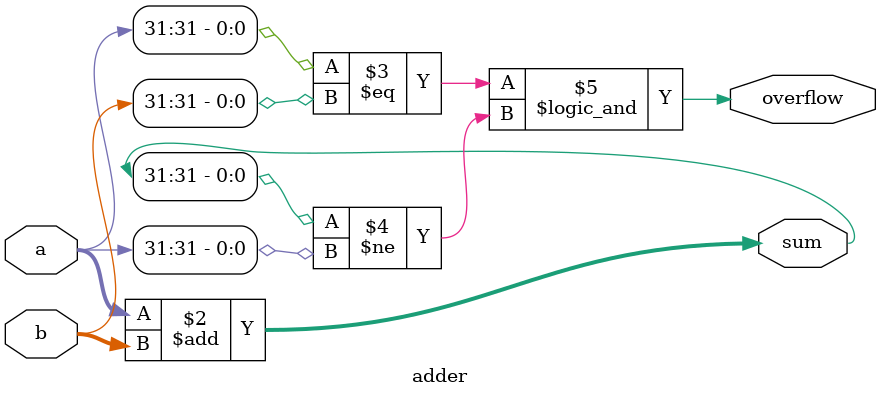
<source format=sv>
`timescale 1ns/1ps

module adder (
    input logic signed [31:0] a,
    input logic signed [31:0] b,
    output logic signed [31:0] sum,
    output logic overflow
);

  always_comb begin
    sum = a + b;
    overflow = (a[31] == b[31]) && (sum[31] != a[31]);
  end

endmodule


</source>
